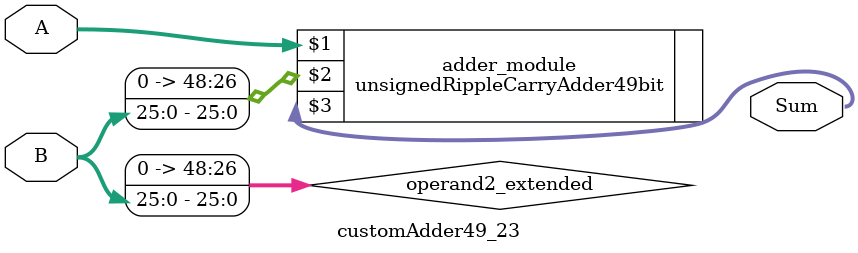
<source format=v>
module customAdder49_23(
                        input [48 : 0] A,
                        input [25 : 0] B,
                        
                        output [49 : 0] Sum
                );

        wire [48 : 0] operand2_extended;
        
        assign operand2_extended =  {23'b0, B};
        
        unsignedRippleCarryAdder49bit adder_module(
            A,
            operand2_extended,
            Sum
        );
        
        endmodule
        
</source>
